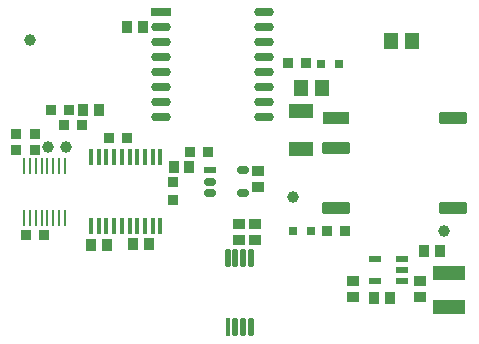
<source format=gtp>
G04*
G04 #@! TF.GenerationSoftware,Altium Limited,Altium Designer,20.0.9 (164)*
G04*
G04 Layer_Color=8421504*
%FSLAX25Y25*%
%MOIN*%
G70*
G01*
G75*
%ADD17R,0.03543X0.03937*%
%ADD18R,0.03347X0.03347*%
%ADD19R,0.06693X0.02992*%
%ADD20R,0.03937X0.03543*%
%ADD21R,0.03347X0.03347*%
%ADD22R,0.00943X0.05456*%
%ADD23O,0.00943X0.05456*%
%ADD24O,0.06693X0.02992*%
G04:AMPARAMS|DCode=25|XSize=59.06mil|YSize=17.72mil|CornerRadius=4.43mil|HoleSize=0mil|Usage=FLASHONLY|Rotation=90.000|XOffset=0mil|YOffset=0mil|HoleType=Round|Shape=RoundedRectangle|*
%AMROUNDEDRECTD25*
21,1,0.05906,0.00886,0,0,90.0*
21,1,0.05020,0.01772,0,0,90.0*
1,1,0.00886,0.00443,0.02510*
1,1,0.00886,0.00443,-0.02510*
1,1,0.00886,-0.00443,-0.02510*
1,1,0.00886,-0.00443,0.02510*
%
%ADD25ROUNDEDRECTD25*%
%ADD26R,0.01772X0.05906*%
%ADD27R,0.01772X0.05709*%
%ADD28R,0.03937X0.02362*%
G04:AMPARAMS|DCode=29|XSize=23.62mil|YSize=39.37mil|CornerRadius=5.91mil|HoleSize=0mil|Usage=FLASHONLY|Rotation=90.000|XOffset=0mil|YOffset=0mil|HoleType=Round|Shape=RoundedRectangle|*
%AMROUNDEDRECTD29*
21,1,0.02362,0.02756,0,0,90.0*
21,1,0.01181,0.03937,0,0,90.0*
1,1,0.01181,0.01378,0.00591*
1,1,0.01181,0.01378,-0.00591*
1,1,0.01181,-0.01378,-0.00591*
1,1,0.01181,-0.01378,0.00591*
%
%ADD29ROUNDEDRECTD29*%
%ADD30C,0.03937*%
%ADD31R,0.04134X0.02362*%
G04:AMPARAMS|DCode=32|XSize=39.37mil|YSize=90.16mil|CornerRadius=3.94mil|HoleSize=0mil|Usage=FLASHONLY|Rotation=270.000|XOffset=0mil|YOffset=0mil|HoleType=Round|Shape=RoundedRectangle|*
%AMROUNDEDRECTD32*
21,1,0.03937,0.08228,0,0,270.0*
21,1,0.03150,0.09016,0,0,270.0*
1,1,0.00787,-0.04114,-0.01575*
1,1,0.00787,-0.04114,0.01575*
1,1,0.00787,0.04114,0.01575*
1,1,0.00787,0.04114,-0.01575*
%
%ADD32ROUNDEDRECTD32*%
%ADD33R,0.09016X0.03937*%
%ADD34R,0.03150X0.03150*%
%ADD35R,0.07874X0.04724*%
%ADD36R,0.04528X0.05512*%
%ADD37R,0.10630X0.05118*%
D17*
X26083Y92913D02*
D03*
X31398D02*
D03*
X61713Y73622D02*
D03*
X56398D02*
D03*
X42913Y48031D02*
D03*
X48228D02*
D03*
X34154Y47638D02*
D03*
X28839D02*
D03*
X46063Y120472D02*
D03*
X40748D02*
D03*
X139842Y45669D02*
D03*
X145158D02*
D03*
X128657Y30169D02*
D03*
X123343D02*
D03*
D18*
X19783Y87795D02*
D03*
X25886D02*
D03*
X68012Y78740D02*
D03*
X61910D02*
D03*
X40846Y83465D02*
D03*
X34744D02*
D03*
X21555Y92913D02*
D03*
X15453D02*
D03*
X13287Y51181D02*
D03*
X7185D02*
D03*
X10138Y84646D02*
D03*
X4035D02*
D03*
Y79528D02*
D03*
X10138D02*
D03*
X107579Y52362D02*
D03*
X113681D02*
D03*
X100689Y108268D02*
D03*
X94587D02*
D03*
D19*
X52181Y125409D02*
D03*
D20*
X84646Y67126D02*
D03*
Y72441D02*
D03*
X83465Y49311D02*
D03*
Y54626D02*
D03*
X78300Y49311D02*
D03*
Y54626D02*
D03*
X116100Y35727D02*
D03*
Y30412D02*
D03*
X138500Y35727D02*
D03*
Y30412D02*
D03*
D21*
X56299Y62697D02*
D03*
Y68799D02*
D03*
D22*
X6491Y56754D02*
D03*
D23*
X8461D02*
D03*
X10431D02*
D03*
X12401D02*
D03*
X14371D02*
D03*
X16341D02*
D03*
X18311D02*
D03*
X20281D02*
D03*
Y73954D02*
D03*
X18311D02*
D03*
X16341D02*
D03*
X14371D02*
D03*
X12401D02*
D03*
X10431D02*
D03*
X8461D02*
D03*
X6491D02*
D03*
D24*
X86630Y125409D02*
D03*
Y90409D02*
D03*
Y95410D02*
D03*
Y100409D02*
D03*
Y105409D02*
D03*
Y110409D02*
D03*
Y115409D02*
D03*
Y120409D02*
D03*
X52181Y90409D02*
D03*
Y95410D02*
D03*
Y100409D02*
D03*
Y105409D02*
D03*
Y110409D02*
D03*
Y115409D02*
D03*
Y120409D02*
D03*
D25*
X82110Y43307D02*
D03*
X79551D02*
D03*
X76992D02*
D03*
X74433D02*
D03*
X82110Y20472D02*
D03*
X79551D02*
D03*
X76992D02*
D03*
D26*
X74433D02*
D03*
D27*
X28937Y53937D02*
D03*
X31496D02*
D03*
X34055D02*
D03*
X36614D02*
D03*
X39173D02*
D03*
X41732D02*
D03*
X44291D02*
D03*
X46850D02*
D03*
X49409D02*
D03*
X51968D02*
D03*
X28937Y77165D02*
D03*
X31496D02*
D03*
X34055D02*
D03*
X36614D02*
D03*
X39173D02*
D03*
X41732D02*
D03*
X44291D02*
D03*
X46850D02*
D03*
X49409D02*
D03*
X51968D02*
D03*
D28*
X68602Y72638D02*
D03*
D29*
Y68898D02*
D03*
Y65158D02*
D03*
X79429D02*
D03*
Y72638D02*
D03*
D30*
X20472Y80315D02*
D03*
X14567D02*
D03*
X8661Y116142D02*
D03*
X96260Y63583D02*
D03*
X146480Y52362D02*
D03*
D31*
X132500Y35669D02*
D03*
Y39409D02*
D03*
Y43150D02*
D03*
X123445D02*
D03*
Y35669D02*
D03*
D32*
X110614Y59961D02*
D03*
Y79961D02*
D03*
X149630Y89961D02*
D03*
Y59961D02*
D03*
D33*
X110614Y89961D02*
D03*
D34*
X102165Y52402D02*
D03*
X96260D02*
D03*
X105709Y108228D02*
D03*
X111614D02*
D03*
D35*
X99000Y92268D02*
D03*
Y79669D02*
D03*
D36*
X135728Y115748D02*
D03*
X128839D02*
D03*
X98917Y100000D02*
D03*
X105807D02*
D03*
D37*
X148161Y27125D02*
D03*
Y38543D02*
D03*
M02*

</source>
